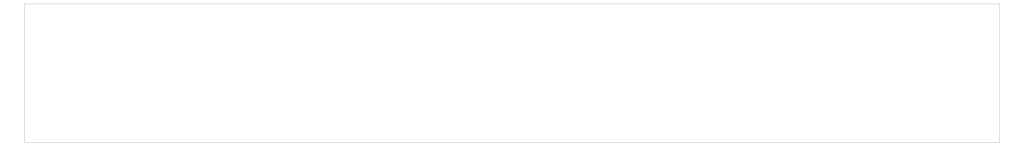
<source format=gm1>
G04 #@! TF.GenerationSoftware,KiCad,Pcbnew,(6.0.10)*
G04 #@! TF.CreationDate,2023-10-31T07:54:40-04:00*
G04 #@! TF.ProjectId,iDLSchema,69444c53-6368-4656-9d61-2e6b69636164,0.3.2*
G04 #@! TF.SameCoordinates,Original*
G04 #@! TF.FileFunction,Profile,NP*
%FSLAX46Y46*%
G04 Gerber Fmt 4.6, Leading zero omitted, Abs format (unit mm)*
G04 Created by KiCad (PCBNEW (6.0.10)) date 2023-10-31 07:54:40*
%MOMM*%
%LPD*%
G01*
G04 APERTURE LIST*
G04 #@! TA.AperFunction,Profile*
%ADD10C,0.100000*%
G04 #@! TD*
G04 APERTURE END LIST*
D10*
X30480000Y-45720000D02*
X405130000Y-45720000D01*
X405130000Y-45720000D02*
X405130000Y-99060000D01*
X405130000Y-99060000D02*
X30480000Y-99060000D01*
X30480000Y-99060000D02*
X30480000Y-45720000D01*
M02*

</source>
